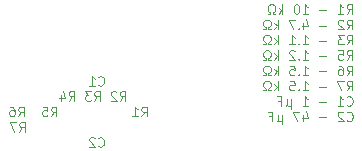
<source format=gbr>
%TF.GenerationSoftware,KiCad,Pcbnew,7.0.2-0*%
%TF.CreationDate,2024-01-11T17:10:39-05:00*%
%TF.ProjectId,SolarCharger_v2,536f6c61-7243-4686-9172-6765725f7632,2*%
%TF.SameCoordinates,Original*%
%TF.FileFunction,Legend,Bot*%
%TF.FilePolarity,Positive*%
%FSLAX46Y46*%
G04 Gerber Fmt 4.6, Leading zero omitted, Abs format (unit mm)*
G04 Created by KiCad (PCBNEW 7.0.2-0) date 2024-01-11 17:10:39*
%MOMM*%
%LPD*%
G01*
G04 APERTURE LIST*
%ADD10C,0.100000*%
G04 APERTURE END LIST*
D10*
X175983980Y-70281295D02*
X176250647Y-69900342D01*
X176441123Y-70281295D02*
X176441123Y-69481295D01*
X176441123Y-69481295D02*
X176136361Y-69481295D01*
X176136361Y-69481295D02*
X176060171Y-69519390D01*
X176060171Y-69519390D02*
X176022076Y-69557485D01*
X176022076Y-69557485D02*
X175983980Y-69633676D01*
X175983980Y-69633676D02*
X175983980Y-69747961D01*
X175983980Y-69747961D02*
X176022076Y-69824152D01*
X176022076Y-69824152D02*
X176060171Y-69862247D01*
X176060171Y-69862247D02*
X176136361Y-69900342D01*
X176136361Y-69900342D02*
X176441123Y-69900342D01*
X175222076Y-70281295D02*
X175679219Y-70281295D01*
X175450647Y-70281295D02*
X175450647Y-69481295D01*
X175450647Y-69481295D02*
X175526838Y-69595580D01*
X175526838Y-69595580D02*
X175603028Y-69671771D01*
X175603028Y-69671771D02*
X175679219Y-69709866D01*
X174269694Y-69976533D02*
X173660171Y-69976533D01*
X172250647Y-70281295D02*
X172707790Y-70281295D01*
X172479218Y-70281295D02*
X172479218Y-69481295D01*
X172479218Y-69481295D02*
X172555409Y-69595580D01*
X172555409Y-69595580D02*
X172631599Y-69671771D01*
X172631599Y-69671771D02*
X172707790Y-69709866D01*
X171755408Y-69481295D02*
X171679218Y-69481295D01*
X171679218Y-69481295D02*
X171603027Y-69519390D01*
X171603027Y-69519390D02*
X171564932Y-69557485D01*
X171564932Y-69557485D02*
X171526837Y-69633676D01*
X171526837Y-69633676D02*
X171488742Y-69786057D01*
X171488742Y-69786057D02*
X171488742Y-69976533D01*
X171488742Y-69976533D02*
X171526837Y-70128914D01*
X171526837Y-70128914D02*
X171564932Y-70205104D01*
X171564932Y-70205104D02*
X171603027Y-70243200D01*
X171603027Y-70243200D02*
X171679218Y-70281295D01*
X171679218Y-70281295D02*
X171755408Y-70281295D01*
X171755408Y-70281295D02*
X171831599Y-70243200D01*
X171831599Y-70243200D02*
X171869694Y-70205104D01*
X171869694Y-70205104D02*
X171907789Y-70128914D01*
X171907789Y-70128914D02*
X171945885Y-69976533D01*
X171945885Y-69976533D02*
X171945885Y-69786057D01*
X171945885Y-69786057D02*
X171907789Y-69633676D01*
X171907789Y-69633676D02*
X171869694Y-69557485D01*
X171869694Y-69557485D02*
X171831599Y-69519390D01*
X171831599Y-69519390D02*
X171755408Y-69481295D01*
X170536360Y-70281295D02*
X170536360Y-69481295D01*
X170460170Y-69976533D02*
X170231598Y-70281295D01*
X170231598Y-69747961D02*
X170536360Y-70052723D01*
X169926837Y-70281295D02*
X169736360Y-70281295D01*
X169736360Y-70281295D02*
X169736360Y-70128914D01*
X169736360Y-70128914D02*
X169812551Y-70090819D01*
X169812551Y-70090819D02*
X169888741Y-70014628D01*
X169888741Y-70014628D02*
X169926837Y-69900342D01*
X169926837Y-69900342D02*
X169926837Y-69709866D01*
X169926837Y-69709866D02*
X169888741Y-69595580D01*
X169888741Y-69595580D02*
X169812551Y-69519390D01*
X169812551Y-69519390D02*
X169698265Y-69481295D01*
X169698265Y-69481295D02*
X169545884Y-69481295D01*
X169545884Y-69481295D02*
X169431598Y-69519390D01*
X169431598Y-69519390D02*
X169355408Y-69595580D01*
X169355408Y-69595580D02*
X169317313Y-69709866D01*
X169317313Y-69709866D02*
X169317313Y-69900342D01*
X169317313Y-69900342D02*
X169355408Y-70014628D01*
X169355408Y-70014628D02*
X169431598Y-70090819D01*
X169431598Y-70090819D02*
X169507789Y-70128914D01*
X169507789Y-70128914D02*
X169507789Y-70281295D01*
X169507789Y-70281295D02*
X169317313Y-70281295D01*
X175983980Y-71577295D02*
X176250647Y-71196342D01*
X176441123Y-71577295D02*
X176441123Y-70777295D01*
X176441123Y-70777295D02*
X176136361Y-70777295D01*
X176136361Y-70777295D02*
X176060171Y-70815390D01*
X176060171Y-70815390D02*
X176022076Y-70853485D01*
X176022076Y-70853485D02*
X175983980Y-70929676D01*
X175983980Y-70929676D02*
X175983980Y-71043961D01*
X175983980Y-71043961D02*
X176022076Y-71120152D01*
X176022076Y-71120152D02*
X176060171Y-71158247D01*
X176060171Y-71158247D02*
X176136361Y-71196342D01*
X176136361Y-71196342D02*
X176441123Y-71196342D01*
X175679219Y-70853485D02*
X175641123Y-70815390D01*
X175641123Y-70815390D02*
X175564933Y-70777295D01*
X175564933Y-70777295D02*
X175374457Y-70777295D01*
X175374457Y-70777295D02*
X175298266Y-70815390D01*
X175298266Y-70815390D02*
X175260171Y-70853485D01*
X175260171Y-70853485D02*
X175222076Y-70929676D01*
X175222076Y-70929676D02*
X175222076Y-71005866D01*
X175222076Y-71005866D02*
X175260171Y-71120152D01*
X175260171Y-71120152D02*
X175717314Y-71577295D01*
X175717314Y-71577295D02*
X175222076Y-71577295D01*
X174269694Y-71272533D02*
X173660171Y-71272533D01*
X172326837Y-71043961D02*
X172326837Y-71577295D01*
X172517313Y-70739200D02*
X172707790Y-71310628D01*
X172707790Y-71310628D02*
X172212551Y-71310628D01*
X171907789Y-71501104D02*
X171869694Y-71539200D01*
X171869694Y-71539200D02*
X171907789Y-71577295D01*
X171907789Y-71577295D02*
X171945885Y-71539200D01*
X171945885Y-71539200D02*
X171907789Y-71501104D01*
X171907789Y-71501104D02*
X171907789Y-71577295D01*
X171603028Y-70777295D02*
X171069694Y-70777295D01*
X171069694Y-70777295D02*
X171412552Y-71577295D01*
X170155408Y-71577295D02*
X170155408Y-70777295D01*
X170079218Y-71272533D02*
X169850646Y-71577295D01*
X169850646Y-71043961D02*
X170155408Y-71348723D01*
X169545885Y-71577295D02*
X169355408Y-71577295D01*
X169355408Y-71577295D02*
X169355408Y-71424914D01*
X169355408Y-71424914D02*
X169431599Y-71386819D01*
X169431599Y-71386819D02*
X169507789Y-71310628D01*
X169507789Y-71310628D02*
X169545885Y-71196342D01*
X169545885Y-71196342D02*
X169545885Y-71005866D01*
X169545885Y-71005866D02*
X169507789Y-70891580D01*
X169507789Y-70891580D02*
X169431599Y-70815390D01*
X169431599Y-70815390D02*
X169317313Y-70777295D01*
X169317313Y-70777295D02*
X169164932Y-70777295D01*
X169164932Y-70777295D02*
X169050646Y-70815390D01*
X169050646Y-70815390D02*
X168974456Y-70891580D01*
X168974456Y-70891580D02*
X168936361Y-71005866D01*
X168936361Y-71005866D02*
X168936361Y-71196342D01*
X168936361Y-71196342D02*
X168974456Y-71310628D01*
X168974456Y-71310628D02*
X169050646Y-71386819D01*
X169050646Y-71386819D02*
X169126837Y-71424914D01*
X169126837Y-71424914D02*
X169126837Y-71577295D01*
X169126837Y-71577295D02*
X168936361Y-71577295D01*
X175983980Y-72873295D02*
X176250647Y-72492342D01*
X176441123Y-72873295D02*
X176441123Y-72073295D01*
X176441123Y-72073295D02*
X176136361Y-72073295D01*
X176136361Y-72073295D02*
X176060171Y-72111390D01*
X176060171Y-72111390D02*
X176022076Y-72149485D01*
X176022076Y-72149485D02*
X175983980Y-72225676D01*
X175983980Y-72225676D02*
X175983980Y-72339961D01*
X175983980Y-72339961D02*
X176022076Y-72416152D01*
X176022076Y-72416152D02*
X176060171Y-72454247D01*
X176060171Y-72454247D02*
X176136361Y-72492342D01*
X176136361Y-72492342D02*
X176441123Y-72492342D01*
X175717314Y-72073295D02*
X175222076Y-72073295D01*
X175222076Y-72073295D02*
X175488742Y-72378057D01*
X175488742Y-72378057D02*
X175374457Y-72378057D01*
X175374457Y-72378057D02*
X175298266Y-72416152D01*
X175298266Y-72416152D02*
X175260171Y-72454247D01*
X175260171Y-72454247D02*
X175222076Y-72530438D01*
X175222076Y-72530438D02*
X175222076Y-72720914D01*
X175222076Y-72720914D02*
X175260171Y-72797104D01*
X175260171Y-72797104D02*
X175298266Y-72835200D01*
X175298266Y-72835200D02*
X175374457Y-72873295D01*
X175374457Y-72873295D02*
X175603028Y-72873295D01*
X175603028Y-72873295D02*
X175679219Y-72835200D01*
X175679219Y-72835200D02*
X175717314Y-72797104D01*
X174269694Y-72568533D02*
X173660171Y-72568533D01*
X172250647Y-72873295D02*
X172707790Y-72873295D01*
X172479218Y-72873295D02*
X172479218Y-72073295D01*
X172479218Y-72073295D02*
X172555409Y-72187580D01*
X172555409Y-72187580D02*
X172631599Y-72263771D01*
X172631599Y-72263771D02*
X172707790Y-72301866D01*
X171907789Y-72797104D02*
X171869694Y-72835200D01*
X171869694Y-72835200D02*
X171907789Y-72873295D01*
X171907789Y-72873295D02*
X171945885Y-72835200D01*
X171945885Y-72835200D02*
X171907789Y-72797104D01*
X171907789Y-72797104D02*
X171907789Y-72873295D01*
X171107790Y-72873295D02*
X171564933Y-72873295D01*
X171336361Y-72873295D02*
X171336361Y-72073295D01*
X171336361Y-72073295D02*
X171412552Y-72187580D01*
X171412552Y-72187580D02*
X171488742Y-72263771D01*
X171488742Y-72263771D02*
X171564933Y-72301866D01*
X170155408Y-72873295D02*
X170155408Y-72073295D01*
X170079218Y-72568533D02*
X169850646Y-72873295D01*
X169850646Y-72339961D02*
X170155408Y-72644723D01*
X169545885Y-72873295D02*
X169355408Y-72873295D01*
X169355408Y-72873295D02*
X169355408Y-72720914D01*
X169355408Y-72720914D02*
X169431599Y-72682819D01*
X169431599Y-72682819D02*
X169507789Y-72606628D01*
X169507789Y-72606628D02*
X169545885Y-72492342D01*
X169545885Y-72492342D02*
X169545885Y-72301866D01*
X169545885Y-72301866D02*
X169507789Y-72187580D01*
X169507789Y-72187580D02*
X169431599Y-72111390D01*
X169431599Y-72111390D02*
X169317313Y-72073295D01*
X169317313Y-72073295D02*
X169164932Y-72073295D01*
X169164932Y-72073295D02*
X169050646Y-72111390D01*
X169050646Y-72111390D02*
X168974456Y-72187580D01*
X168974456Y-72187580D02*
X168936361Y-72301866D01*
X168936361Y-72301866D02*
X168936361Y-72492342D01*
X168936361Y-72492342D02*
X168974456Y-72606628D01*
X168974456Y-72606628D02*
X169050646Y-72682819D01*
X169050646Y-72682819D02*
X169126837Y-72720914D01*
X169126837Y-72720914D02*
X169126837Y-72873295D01*
X169126837Y-72873295D02*
X168936361Y-72873295D01*
X175983980Y-74169295D02*
X176250647Y-73788342D01*
X176441123Y-74169295D02*
X176441123Y-73369295D01*
X176441123Y-73369295D02*
X176136361Y-73369295D01*
X176136361Y-73369295D02*
X176060171Y-73407390D01*
X176060171Y-73407390D02*
X176022076Y-73445485D01*
X176022076Y-73445485D02*
X175983980Y-73521676D01*
X175983980Y-73521676D02*
X175983980Y-73635961D01*
X175983980Y-73635961D02*
X176022076Y-73712152D01*
X176022076Y-73712152D02*
X176060171Y-73750247D01*
X176060171Y-73750247D02*
X176136361Y-73788342D01*
X176136361Y-73788342D02*
X176441123Y-73788342D01*
X175260171Y-73369295D02*
X175641123Y-73369295D01*
X175641123Y-73369295D02*
X175679219Y-73750247D01*
X175679219Y-73750247D02*
X175641123Y-73712152D01*
X175641123Y-73712152D02*
X175564933Y-73674057D01*
X175564933Y-73674057D02*
X175374457Y-73674057D01*
X175374457Y-73674057D02*
X175298266Y-73712152D01*
X175298266Y-73712152D02*
X175260171Y-73750247D01*
X175260171Y-73750247D02*
X175222076Y-73826438D01*
X175222076Y-73826438D02*
X175222076Y-74016914D01*
X175222076Y-74016914D02*
X175260171Y-74093104D01*
X175260171Y-74093104D02*
X175298266Y-74131200D01*
X175298266Y-74131200D02*
X175374457Y-74169295D01*
X175374457Y-74169295D02*
X175564933Y-74169295D01*
X175564933Y-74169295D02*
X175641123Y-74131200D01*
X175641123Y-74131200D02*
X175679219Y-74093104D01*
X174269694Y-73864533D02*
X173660171Y-73864533D01*
X172250647Y-74169295D02*
X172707790Y-74169295D01*
X172479218Y-74169295D02*
X172479218Y-73369295D01*
X172479218Y-73369295D02*
X172555409Y-73483580D01*
X172555409Y-73483580D02*
X172631599Y-73559771D01*
X172631599Y-73559771D02*
X172707790Y-73597866D01*
X171907789Y-74093104D02*
X171869694Y-74131200D01*
X171869694Y-74131200D02*
X171907789Y-74169295D01*
X171907789Y-74169295D02*
X171945885Y-74131200D01*
X171945885Y-74131200D02*
X171907789Y-74093104D01*
X171907789Y-74093104D02*
X171907789Y-74169295D01*
X171564933Y-73445485D02*
X171526837Y-73407390D01*
X171526837Y-73407390D02*
X171450647Y-73369295D01*
X171450647Y-73369295D02*
X171260171Y-73369295D01*
X171260171Y-73369295D02*
X171183980Y-73407390D01*
X171183980Y-73407390D02*
X171145885Y-73445485D01*
X171145885Y-73445485D02*
X171107790Y-73521676D01*
X171107790Y-73521676D02*
X171107790Y-73597866D01*
X171107790Y-73597866D02*
X171145885Y-73712152D01*
X171145885Y-73712152D02*
X171603028Y-74169295D01*
X171603028Y-74169295D02*
X171107790Y-74169295D01*
X170155408Y-74169295D02*
X170155408Y-73369295D01*
X170079218Y-73864533D02*
X169850646Y-74169295D01*
X169850646Y-73635961D02*
X170155408Y-73940723D01*
X169545885Y-74169295D02*
X169355408Y-74169295D01*
X169355408Y-74169295D02*
X169355408Y-74016914D01*
X169355408Y-74016914D02*
X169431599Y-73978819D01*
X169431599Y-73978819D02*
X169507789Y-73902628D01*
X169507789Y-73902628D02*
X169545885Y-73788342D01*
X169545885Y-73788342D02*
X169545885Y-73597866D01*
X169545885Y-73597866D02*
X169507789Y-73483580D01*
X169507789Y-73483580D02*
X169431599Y-73407390D01*
X169431599Y-73407390D02*
X169317313Y-73369295D01*
X169317313Y-73369295D02*
X169164932Y-73369295D01*
X169164932Y-73369295D02*
X169050646Y-73407390D01*
X169050646Y-73407390D02*
X168974456Y-73483580D01*
X168974456Y-73483580D02*
X168936361Y-73597866D01*
X168936361Y-73597866D02*
X168936361Y-73788342D01*
X168936361Y-73788342D02*
X168974456Y-73902628D01*
X168974456Y-73902628D02*
X169050646Y-73978819D01*
X169050646Y-73978819D02*
X169126837Y-74016914D01*
X169126837Y-74016914D02*
X169126837Y-74169295D01*
X169126837Y-74169295D02*
X168936361Y-74169295D01*
X175983980Y-75465295D02*
X176250647Y-75084342D01*
X176441123Y-75465295D02*
X176441123Y-74665295D01*
X176441123Y-74665295D02*
X176136361Y-74665295D01*
X176136361Y-74665295D02*
X176060171Y-74703390D01*
X176060171Y-74703390D02*
X176022076Y-74741485D01*
X176022076Y-74741485D02*
X175983980Y-74817676D01*
X175983980Y-74817676D02*
X175983980Y-74931961D01*
X175983980Y-74931961D02*
X176022076Y-75008152D01*
X176022076Y-75008152D02*
X176060171Y-75046247D01*
X176060171Y-75046247D02*
X176136361Y-75084342D01*
X176136361Y-75084342D02*
X176441123Y-75084342D01*
X175298266Y-74665295D02*
X175450647Y-74665295D01*
X175450647Y-74665295D02*
X175526838Y-74703390D01*
X175526838Y-74703390D02*
X175564933Y-74741485D01*
X175564933Y-74741485D02*
X175641123Y-74855771D01*
X175641123Y-74855771D02*
X175679219Y-75008152D01*
X175679219Y-75008152D02*
X175679219Y-75312914D01*
X175679219Y-75312914D02*
X175641123Y-75389104D01*
X175641123Y-75389104D02*
X175603028Y-75427200D01*
X175603028Y-75427200D02*
X175526838Y-75465295D01*
X175526838Y-75465295D02*
X175374457Y-75465295D01*
X175374457Y-75465295D02*
X175298266Y-75427200D01*
X175298266Y-75427200D02*
X175260171Y-75389104D01*
X175260171Y-75389104D02*
X175222076Y-75312914D01*
X175222076Y-75312914D02*
X175222076Y-75122438D01*
X175222076Y-75122438D02*
X175260171Y-75046247D01*
X175260171Y-75046247D02*
X175298266Y-75008152D01*
X175298266Y-75008152D02*
X175374457Y-74970057D01*
X175374457Y-74970057D02*
X175526838Y-74970057D01*
X175526838Y-74970057D02*
X175603028Y-75008152D01*
X175603028Y-75008152D02*
X175641123Y-75046247D01*
X175641123Y-75046247D02*
X175679219Y-75122438D01*
X174269694Y-75160533D02*
X173660171Y-75160533D01*
X172250647Y-75465295D02*
X172707790Y-75465295D01*
X172479218Y-75465295D02*
X172479218Y-74665295D01*
X172479218Y-74665295D02*
X172555409Y-74779580D01*
X172555409Y-74779580D02*
X172631599Y-74855771D01*
X172631599Y-74855771D02*
X172707790Y-74893866D01*
X171907789Y-75389104D02*
X171869694Y-75427200D01*
X171869694Y-75427200D02*
X171907789Y-75465295D01*
X171907789Y-75465295D02*
X171945885Y-75427200D01*
X171945885Y-75427200D02*
X171907789Y-75389104D01*
X171907789Y-75389104D02*
X171907789Y-75465295D01*
X171145885Y-74665295D02*
X171526837Y-74665295D01*
X171526837Y-74665295D02*
X171564933Y-75046247D01*
X171564933Y-75046247D02*
X171526837Y-75008152D01*
X171526837Y-75008152D02*
X171450647Y-74970057D01*
X171450647Y-74970057D02*
X171260171Y-74970057D01*
X171260171Y-74970057D02*
X171183980Y-75008152D01*
X171183980Y-75008152D02*
X171145885Y-75046247D01*
X171145885Y-75046247D02*
X171107790Y-75122438D01*
X171107790Y-75122438D02*
X171107790Y-75312914D01*
X171107790Y-75312914D02*
X171145885Y-75389104D01*
X171145885Y-75389104D02*
X171183980Y-75427200D01*
X171183980Y-75427200D02*
X171260171Y-75465295D01*
X171260171Y-75465295D02*
X171450647Y-75465295D01*
X171450647Y-75465295D02*
X171526837Y-75427200D01*
X171526837Y-75427200D02*
X171564933Y-75389104D01*
X170155408Y-75465295D02*
X170155408Y-74665295D01*
X170079218Y-75160533D02*
X169850646Y-75465295D01*
X169850646Y-74931961D02*
X170155408Y-75236723D01*
X169545885Y-75465295D02*
X169355408Y-75465295D01*
X169355408Y-75465295D02*
X169355408Y-75312914D01*
X169355408Y-75312914D02*
X169431599Y-75274819D01*
X169431599Y-75274819D02*
X169507789Y-75198628D01*
X169507789Y-75198628D02*
X169545885Y-75084342D01*
X169545885Y-75084342D02*
X169545885Y-74893866D01*
X169545885Y-74893866D02*
X169507789Y-74779580D01*
X169507789Y-74779580D02*
X169431599Y-74703390D01*
X169431599Y-74703390D02*
X169317313Y-74665295D01*
X169317313Y-74665295D02*
X169164932Y-74665295D01*
X169164932Y-74665295D02*
X169050646Y-74703390D01*
X169050646Y-74703390D02*
X168974456Y-74779580D01*
X168974456Y-74779580D02*
X168936361Y-74893866D01*
X168936361Y-74893866D02*
X168936361Y-75084342D01*
X168936361Y-75084342D02*
X168974456Y-75198628D01*
X168974456Y-75198628D02*
X169050646Y-75274819D01*
X169050646Y-75274819D02*
X169126837Y-75312914D01*
X169126837Y-75312914D02*
X169126837Y-75465295D01*
X169126837Y-75465295D02*
X168936361Y-75465295D01*
X175983980Y-76761295D02*
X176250647Y-76380342D01*
X176441123Y-76761295D02*
X176441123Y-75961295D01*
X176441123Y-75961295D02*
X176136361Y-75961295D01*
X176136361Y-75961295D02*
X176060171Y-75999390D01*
X176060171Y-75999390D02*
X176022076Y-76037485D01*
X176022076Y-76037485D02*
X175983980Y-76113676D01*
X175983980Y-76113676D02*
X175983980Y-76227961D01*
X175983980Y-76227961D02*
X176022076Y-76304152D01*
X176022076Y-76304152D02*
X176060171Y-76342247D01*
X176060171Y-76342247D02*
X176136361Y-76380342D01*
X176136361Y-76380342D02*
X176441123Y-76380342D01*
X175717314Y-75961295D02*
X175183980Y-75961295D01*
X175183980Y-75961295D02*
X175526838Y-76761295D01*
X174269694Y-76456533D02*
X173660171Y-76456533D01*
X172250647Y-76761295D02*
X172707790Y-76761295D01*
X172479218Y-76761295D02*
X172479218Y-75961295D01*
X172479218Y-75961295D02*
X172555409Y-76075580D01*
X172555409Y-76075580D02*
X172631599Y-76151771D01*
X172631599Y-76151771D02*
X172707790Y-76189866D01*
X171907789Y-76685104D02*
X171869694Y-76723200D01*
X171869694Y-76723200D02*
X171907789Y-76761295D01*
X171907789Y-76761295D02*
X171945885Y-76723200D01*
X171945885Y-76723200D02*
X171907789Y-76685104D01*
X171907789Y-76685104D02*
X171907789Y-76761295D01*
X171145885Y-75961295D02*
X171526837Y-75961295D01*
X171526837Y-75961295D02*
X171564933Y-76342247D01*
X171564933Y-76342247D02*
X171526837Y-76304152D01*
X171526837Y-76304152D02*
X171450647Y-76266057D01*
X171450647Y-76266057D02*
X171260171Y-76266057D01*
X171260171Y-76266057D02*
X171183980Y-76304152D01*
X171183980Y-76304152D02*
X171145885Y-76342247D01*
X171145885Y-76342247D02*
X171107790Y-76418438D01*
X171107790Y-76418438D02*
X171107790Y-76608914D01*
X171107790Y-76608914D02*
X171145885Y-76685104D01*
X171145885Y-76685104D02*
X171183980Y-76723200D01*
X171183980Y-76723200D02*
X171260171Y-76761295D01*
X171260171Y-76761295D02*
X171450647Y-76761295D01*
X171450647Y-76761295D02*
X171526837Y-76723200D01*
X171526837Y-76723200D02*
X171564933Y-76685104D01*
X170155408Y-76761295D02*
X170155408Y-75961295D01*
X170079218Y-76456533D02*
X169850646Y-76761295D01*
X169850646Y-76227961D02*
X170155408Y-76532723D01*
X169545885Y-76761295D02*
X169355408Y-76761295D01*
X169355408Y-76761295D02*
X169355408Y-76608914D01*
X169355408Y-76608914D02*
X169431599Y-76570819D01*
X169431599Y-76570819D02*
X169507789Y-76494628D01*
X169507789Y-76494628D02*
X169545885Y-76380342D01*
X169545885Y-76380342D02*
X169545885Y-76189866D01*
X169545885Y-76189866D02*
X169507789Y-76075580D01*
X169507789Y-76075580D02*
X169431599Y-75999390D01*
X169431599Y-75999390D02*
X169317313Y-75961295D01*
X169317313Y-75961295D02*
X169164932Y-75961295D01*
X169164932Y-75961295D02*
X169050646Y-75999390D01*
X169050646Y-75999390D02*
X168974456Y-76075580D01*
X168974456Y-76075580D02*
X168936361Y-76189866D01*
X168936361Y-76189866D02*
X168936361Y-76380342D01*
X168936361Y-76380342D02*
X168974456Y-76494628D01*
X168974456Y-76494628D02*
X169050646Y-76570819D01*
X169050646Y-76570819D02*
X169126837Y-76608914D01*
X169126837Y-76608914D02*
X169126837Y-76761295D01*
X169126837Y-76761295D02*
X168936361Y-76761295D01*
X175983980Y-77981104D02*
X176022076Y-78019200D01*
X176022076Y-78019200D02*
X176136361Y-78057295D01*
X176136361Y-78057295D02*
X176212552Y-78057295D01*
X176212552Y-78057295D02*
X176326838Y-78019200D01*
X176326838Y-78019200D02*
X176403028Y-77943009D01*
X176403028Y-77943009D02*
X176441123Y-77866819D01*
X176441123Y-77866819D02*
X176479219Y-77714438D01*
X176479219Y-77714438D02*
X176479219Y-77600152D01*
X176479219Y-77600152D02*
X176441123Y-77447771D01*
X176441123Y-77447771D02*
X176403028Y-77371580D01*
X176403028Y-77371580D02*
X176326838Y-77295390D01*
X176326838Y-77295390D02*
X176212552Y-77257295D01*
X176212552Y-77257295D02*
X176136361Y-77257295D01*
X176136361Y-77257295D02*
X176022076Y-77295390D01*
X176022076Y-77295390D02*
X175983980Y-77333485D01*
X175222076Y-78057295D02*
X175679219Y-78057295D01*
X175450647Y-78057295D02*
X175450647Y-77257295D01*
X175450647Y-77257295D02*
X175526838Y-77371580D01*
X175526838Y-77371580D02*
X175603028Y-77447771D01*
X175603028Y-77447771D02*
X175679219Y-77485866D01*
X174269694Y-77752533D02*
X173660171Y-77752533D01*
X172250647Y-78057295D02*
X172707790Y-78057295D01*
X172479218Y-78057295D02*
X172479218Y-77257295D01*
X172479218Y-77257295D02*
X172555409Y-77371580D01*
X172555409Y-77371580D02*
X172631599Y-77447771D01*
X172631599Y-77447771D02*
X172707790Y-77485866D01*
X171298265Y-77523961D02*
X171298265Y-78323961D01*
X170917313Y-77943009D02*
X170879218Y-78019200D01*
X170879218Y-78019200D02*
X170803027Y-78057295D01*
X171298265Y-77943009D02*
X171260170Y-78019200D01*
X171260170Y-78019200D02*
X171183980Y-78057295D01*
X171183980Y-78057295D02*
X171031599Y-78057295D01*
X171031599Y-78057295D02*
X170955408Y-78019200D01*
X170955408Y-78019200D02*
X170917313Y-77943009D01*
X170917313Y-77943009D02*
X170917313Y-77523961D01*
X170193504Y-77638247D02*
X170460170Y-77638247D01*
X170460170Y-78057295D02*
X170460170Y-77257295D01*
X170460170Y-77257295D02*
X170079218Y-77257295D01*
X175983980Y-79277104D02*
X176022076Y-79315200D01*
X176022076Y-79315200D02*
X176136361Y-79353295D01*
X176136361Y-79353295D02*
X176212552Y-79353295D01*
X176212552Y-79353295D02*
X176326838Y-79315200D01*
X176326838Y-79315200D02*
X176403028Y-79239009D01*
X176403028Y-79239009D02*
X176441123Y-79162819D01*
X176441123Y-79162819D02*
X176479219Y-79010438D01*
X176479219Y-79010438D02*
X176479219Y-78896152D01*
X176479219Y-78896152D02*
X176441123Y-78743771D01*
X176441123Y-78743771D02*
X176403028Y-78667580D01*
X176403028Y-78667580D02*
X176326838Y-78591390D01*
X176326838Y-78591390D02*
X176212552Y-78553295D01*
X176212552Y-78553295D02*
X176136361Y-78553295D01*
X176136361Y-78553295D02*
X176022076Y-78591390D01*
X176022076Y-78591390D02*
X175983980Y-78629485D01*
X175679219Y-78629485D02*
X175641123Y-78591390D01*
X175641123Y-78591390D02*
X175564933Y-78553295D01*
X175564933Y-78553295D02*
X175374457Y-78553295D01*
X175374457Y-78553295D02*
X175298266Y-78591390D01*
X175298266Y-78591390D02*
X175260171Y-78629485D01*
X175260171Y-78629485D02*
X175222076Y-78705676D01*
X175222076Y-78705676D02*
X175222076Y-78781866D01*
X175222076Y-78781866D02*
X175260171Y-78896152D01*
X175260171Y-78896152D02*
X175717314Y-79353295D01*
X175717314Y-79353295D02*
X175222076Y-79353295D01*
X174269694Y-79048533D02*
X173660171Y-79048533D01*
X172326837Y-78819961D02*
X172326837Y-79353295D01*
X172517313Y-78515200D02*
X172707790Y-79086628D01*
X172707790Y-79086628D02*
X172212551Y-79086628D01*
X171983980Y-78553295D02*
X171450646Y-78553295D01*
X171450646Y-78553295D02*
X171793504Y-79353295D01*
X170536360Y-78819961D02*
X170536360Y-79619961D01*
X170155408Y-79239009D02*
X170117313Y-79315200D01*
X170117313Y-79315200D02*
X170041122Y-79353295D01*
X170536360Y-79239009D02*
X170498265Y-79315200D01*
X170498265Y-79315200D02*
X170422075Y-79353295D01*
X170422075Y-79353295D02*
X170269694Y-79353295D01*
X170269694Y-79353295D02*
X170193503Y-79315200D01*
X170193503Y-79315200D02*
X170155408Y-79239009D01*
X170155408Y-79239009D02*
X170155408Y-78819961D01*
X169431599Y-78934247D02*
X169698265Y-78934247D01*
X169698265Y-79353295D02*
X169698265Y-78553295D01*
X169698265Y-78553295D02*
X169317313Y-78553295D01*
X154953236Y-76277504D02*
X154991332Y-76315600D01*
X154991332Y-76315600D02*
X155105617Y-76353695D01*
X155105617Y-76353695D02*
X155181808Y-76353695D01*
X155181808Y-76353695D02*
X155296094Y-76315600D01*
X155296094Y-76315600D02*
X155372284Y-76239409D01*
X155372284Y-76239409D02*
X155410379Y-76163219D01*
X155410379Y-76163219D02*
X155448475Y-76010838D01*
X155448475Y-76010838D02*
X155448475Y-75896552D01*
X155448475Y-75896552D02*
X155410379Y-75744171D01*
X155410379Y-75744171D02*
X155372284Y-75667980D01*
X155372284Y-75667980D02*
X155296094Y-75591790D01*
X155296094Y-75591790D02*
X155181808Y-75553695D01*
X155181808Y-75553695D02*
X155105617Y-75553695D01*
X155105617Y-75553695D02*
X154991332Y-75591790D01*
X154991332Y-75591790D02*
X154953236Y-75629885D01*
X154191332Y-76353695D02*
X154648475Y-76353695D01*
X154419903Y-76353695D02*
X154419903Y-75553695D01*
X154419903Y-75553695D02*
X154496094Y-75667980D01*
X154496094Y-75667980D02*
X154572284Y-75744171D01*
X154572284Y-75744171D02*
X154648475Y-75782266D01*
X156781808Y-77649695D02*
X157048475Y-77268742D01*
X157238951Y-77649695D02*
X157238951Y-76849695D01*
X157238951Y-76849695D02*
X156934189Y-76849695D01*
X156934189Y-76849695D02*
X156857999Y-76887790D01*
X156857999Y-76887790D02*
X156819904Y-76925885D01*
X156819904Y-76925885D02*
X156781808Y-77002076D01*
X156781808Y-77002076D02*
X156781808Y-77116361D01*
X156781808Y-77116361D02*
X156819904Y-77192552D01*
X156819904Y-77192552D02*
X156857999Y-77230647D01*
X156857999Y-77230647D02*
X156934189Y-77268742D01*
X156934189Y-77268742D02*
X157238951Y-77268742D01*
X156477047Y-76925885D02*
X156438951Y-76887790D01*
X156438951Y-76887790D02*
X156362761Y-76849695D01*
X156362761Y-76849695D02*
X156172285Y-76849695D01*
X156172285Y-76849695D02*
X156096094Y-76887790D01*
X156096094Y-76887790D02*
X156057999Y-76925885D01*
X156057999Y-76925885D02*
X156019904Y-77002076D01*
X156019904Y-77002076D02*
X156019904Y-77078266D01*
X156019904Y-77078266D02*
X156057999Y-77192552D01*
X156057999Y-77192552D02*
X156515142Y-77649695D01*
X156515142Y-77649695D02*
X156019904Y-77649695D01*
X154610379Y-77649695D02*
X154877046Y-77268742D01*
X155067522Y-77649695D02*
X155067522Y-76849695D01*
X155067522Y-76849695D02*
X154762760Y-76849695D01*
X154762760Y-76849695D02*
X154686570Y-76887790D01*
X154686570Y-76887790D02*
X154648475Y-76925885D01*
X154648475Y-76925885D02*
X154610379Y-77002076D01*
X154610379Y-77002076D02*
X154610379Y-77116361D01*
X154610379Y-77116361D02*
X154648475Y-77192552D01*
X154648475Y-77192552D02*
X154686570Y-77230647D01*
X154686570Y-77230647D02*
X154762760Y-77268742D01*
X154762760Y-77268742D02*
X155067522Y-77268742D01*
X154343713Y-76849695D02*
X153848475Y-76849695D01*
X153848475Y-76849695D02*
X154115141Y-77154457D01*
X154115141Y-77154457D02*
X154000856Y-77154457D01*
X154000856Y-77154457D02*
X153924665Y-77192552D01*
X153924665Y-77192552D02*
X153886570Y-77230647D01*
X153886570Y-77230647D02*
X153848475Y-77306838D01*
X153848475Y-77306838D02*
X153848475Y-77497314D01*
X153848475Y-77497314D02*
X153886570Y-77573504D01*
X153886570Y-77573504D02*
X153924665Y-77611600D01*
X153924665Y-77611600D02*
X154000856Y-77649695D01*
X154000856Y-77649695D02*
X154229427Y-77649695D01*
X154229427Y-77649695D02*
X154305618Y-77611600D01*
X154305618Y-77611600D02*
X154343713Y-77573504D01*
X152438950Y-77649695D02*
X152705617Y-77268742D01*
X152896093Y-77649695D02*
X152896093Y-76849695D01*
X152896093Y-76849695D02*
X152591331Y-76849695D01*
X152591331Y-76849695D02*
X152515141Y-76887790D01*
X152515141Y-76887790D02*
X152477046Y-76925885D01*
X152477046Y-76925885D02*
X152438950Y-77002076D01*
X152438950Y-77002076D02*
X152438950Y-77116361D01*
X152438950Y-77116361D02*
X152477046Y-77192552D01*
X152477046Y-77192552D02*
X152515141Y-77230647D01*
X152515141Y-77230647D02*
X152591331Y-77268742D01*
X152591331Y-77268742D02*
X152896093Y-77268742D01*
X151753236Y-77116361D02*
X151753236Y-77649695D01*
X151943712Y-76811600D02*
X152134189Y-77383028D01*
X152134189Y-77383028D02*
X151638950Y-77383028D01*
X158610380Y-78945695D02*
X158877047Y-78564742D01*
X159067523Y-78945695D02*
X159067523Y-78145695D01*
X159067523Y-78145695D02*
X158762761Y-78145695D01*
X158762761Y-78145695D02*
X158686571Y-78183790D01*
X158686571Y-78183790D02*
X158648476Y-78221885D01*
X158648476Y-78221885D02*
X158610380Y-78298076D01*
X158610380Y-78298076D02*
X158610380Y-78412361D01*
X158610380Y-78412361D02*
X158648476Y-78488552D01*
X158648476Y-78488552D02*
X158686571Y-78526647D01*
X158686571Y-78526647D02*
X158762761Y-78564742D01*
X158762761Y-78564742D02*
X159067523Y-78564742D01*
X157848476Y-78945695D02*
X158305619Y-78945695D01*
X158077047Y-78945695D02*
X158077047Y-78145695D01*
X158077047Y-78145695D02*
X158153238Y-78259980D01*
X158153238Y-78259980D02*
X158229428Y-78336171D01*
X158229428Y-78336171D02*
X158305619Y-78374266D01*
X150953235Y-78945695D02*
X151219902Y-78564742D01*
X151410378Y-78945695D02*
X151410378Y-78145695D01*
X151410378Y-78145695D02*
X151105616Y-78145695D01*
X151105616Y-78145695D02*
X151029426Y-78183790D01*
X151029426Y-78183790D02*
X150991331Y-78221885D01*
X150991331Y-78221885D02*
X150953235Y-78298076D01*
X150953235Y-78298076D02*
X150953235Y-78412361D01*
X150953235Y-78412361D02*
X150991331Y-78488552D01*
X150991331Y-78488552D02*
X151029426Y-78526647D01*
X151029426Y-78526647D02*
X151105616Y-78564742D01*
X151105616Y-78564742D02*
X151410378Y-78564742D01*
X150229426Y-78145695D02*
X150610378Y-78145695D01*
X150610378Y-78145695D02*
X150648474Y-78526647D01*
X150648474Y-78526647D02*
X150610378Y-78488552D01*
X150610378Y-78488552D02*
X150534188Y-78450457D01*
X150534188Y-78450457D02*
X150343712Y-78450457D01*
X150343712Y-78450457D02*
X150267521Y-78488552D01*
X150267521Y-78488552D02*
X150229426Y-78526647D01*
X150229426Y-78526647D02*
X150191331Y-78602838D01*
X150191331Y-78602838D02*
X150191331Y-78793314D01*
X150191331Y-78793314D02*
X150229426Y-78869504D01*
X150229426Y-78869504D02*
X150267521Y-78907600D01*
X150267521Y-78907600D02*
X150343712Y-78945695D01*
X150343712Y-78945695D02*
X150534188Y-78945695D01*
X150534188Y-78945695D02*
X150610378Y-78907600D01*
X150610378Y-78907600D02*
X150648474Y-78869504D01*
X148172282Y-78945695D02*
X148438949Y-78564742D01*
X148629425Y-78945695D02*
X148629425Y-78145695D01*
X148629425Y-78145695D02*
X148324663Y-78145695D01*
X148324663Y-78145695D02*
X148248473Y-78183790D01*
X148248473Y-78183790D02*
X148210378Y-78221885D01*
X148210378Y-78221885D02*
X148172282Y-78298076D01*
X148172282Y-78298076D02*
X148172282Y-78412361D01*
X148172282Y-78412361D02*
X148210378Y-78488552D01*
X148210378Y-78488552D02*
X148248473Y-78526647D01*
X148248473Y-78526647D02*
X148324663Y-78564742D01*
X148324663Y-78564742D02*
X148629425Y-78564742D01*
X147486568Y-78145695D02*
X147638949Y-78145695D01*
X147638949Y-78145695D02*
X147715140Y-78183790D01*
X147715140Y-78183790D02*
X147753235Y-78221885D01*
X147753235Y-78221885D02*
X147829425Y-78336171D01*
X147829425Y-78336171D02*
X147867521Y-78488552D01*
X147867521Y-78488552D02*
X147867521Y-78793314D01*
X147867521Y-78793314D02*
X147829425Y-78869504D01*
X147829425Y-78869504D02*
X147791330Y-78907600D01*
X147791330Y-78907600D02*
X147715140Y-78945695D01*
X147715140Y-78945695D02*
X147562759Y-78945695D01*
X147562759Y-78945695D02*
X147486568Y-78907600D01*
X147486568Y-78907600D02*
X147448473Y-78869504D01*
X147448473Y-78869504D02*
X147410378Y-78793314D01*
X147410378Y-78793314D02*
X147410378Y-78602838D01*
X147410378Y-78602838D02*
X147448473Y-78526647D01*
X147448473Y-78526647D02*
X147486568Y-78488552D01*
X147486568Y-78488552D02*
X147562759Y-78450457D01*
X147562759Y-78450457D02*
X147715140Y-78450457D01*
X147715140Y-78450457D02*
X147791330Y-78488552D01*
X147791330Y-78488552D02*
X147829425Y-78526647D01*
X147829425Y-78526647D02*
X147867521Y-78602838D01*
X148248472Y-80241695D02*
X148515139Y-79860742D01*
X148705615Y-80241695D02*
X148705615Y-79441695D01*
X148705615Y-79441695D02*
X148400853Y-79441695D01*
X148400853Y-79441695D02*
X148324663Y-79479790D01*
X148324663Y-79479790D02*
X148286568Y-79517885D01*
X148286568Y-79517885D02*
X148248472Y-79594076D01*
X148248472Y-79594076D02*
X148248472Y-79708361D01*
X148248472Y-79708361D02*
X148286568Y-79784552D01*
X148286568Y-79784552D02*
X148324663Y-79822647D01*
X148324663Y-79822647D02*
X148400853Y-79860742D01*
X148400853Y-79860742D02*
X148705615Y-79860742D01*
X147981806Y-79441695D02*
X147448472Y-79441695D01*
X147448472Y-79441695D02*
X147791330Y-80241695D01*
X154953236Y-81461504D02*
X154991332Y-81499600D01*
X154991332Y-81499600D02*
X155105617Y-81537695D01*
X155105617Y-81537695D02*
X155181808Y-81537695D01*
X155181808Y-81537695D02*
X155296094Y-81499600D01*
X155296094Y-81499600D02*
X155372284Y-81423409D01*
X155372284Y-81423409D02*
X155410379Y-81347219D01*
X155410379Y-81347219D02*
X155448475Y-81194838D01*
X155448475Y-81194838D02*
X155448475Y-81080552D01*
X155448475Y-81080552D02*
X155410379Y-80928171D01*
X155410379Y-80928171D02*
X155372284Y-80851980D01*
X155372284Y-80851980D02*
X155296094Y-80775790D01*
X155296094Y-80775790D02*
X155181808Y-80737695D01*
X155181808Y-80737695D02*
X155105617Y-80737695D01*
X155105617Y-80737695D02*
X154991332Y-80775790D01*
X154991332Y-80775790D02*
X154953236Y-80813885D01*
X154648475Y-80813885D02*
X154610379Y-80775790D01*
X154610379Y-80775790D02*
X154534189Y-80737695D01*
X154534189Y-80737695D02*
X154343713Y-80737695D01*
X154343713Y-80737695D02*
X154267522Y-80775790D01*
X154267522Y-80775790D02*
X154229427Y-80813885D01*
X154229427Y-80813885D02*
X154191332Y-80890076D01*
X154191332Y-80890076D02*
X154191332Y-80966266D01*
X154191332Y-80966266D02*
X154229427Y-81080552D01*
X154229427Y-81080552D02*
X154686570Y-81537695D01*
X154686570Y-81537695D02*
X154191332Y-81537695D01*
M02*

</source>
